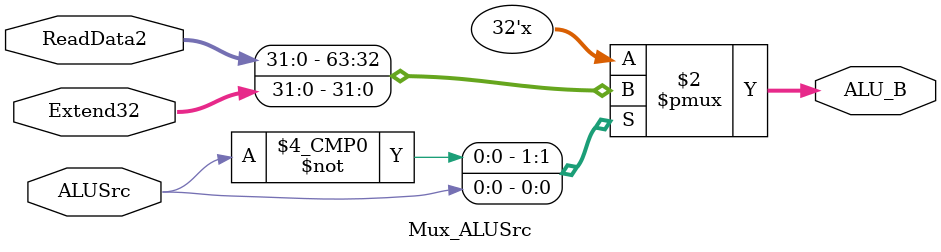
<source format=v>
module Mux_ALUSrc (ALUSrc, ReadData2, Extend32, ALU_B);

	input ALUSrc;
	input [31:0] ReadData2,Extend32;	
	
	output reg [31:0] ALU_B;
	
	always @(ALUSrc, ReadData2, Extend32) begin
		case (ALUSrc)
			0: ALU_B <= ReadData2 ;
			1: ALU_B <= Extend32;
		endcase
	end
endmodule

</source>
